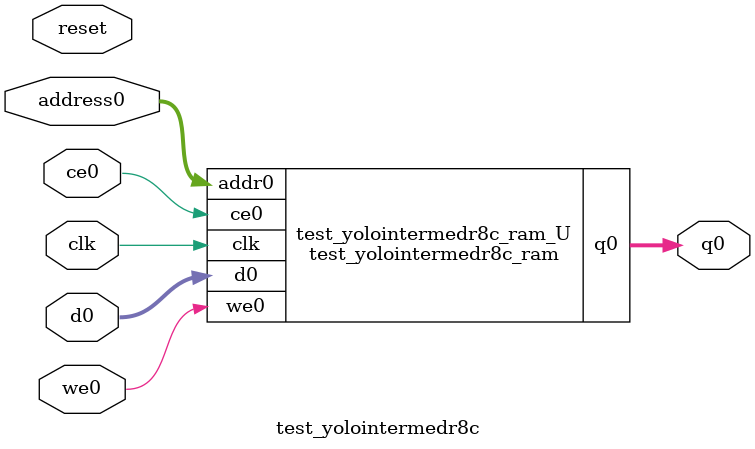
<source format=v>
`timescale 1 ns / 1 ps
module test_yolointermedr8c_ram (addr0, ce0, d0, we0, q0,  clk);

parameter DWIDTH = 16;
parameter AWIDTH = 13;
parameter MEM_SIZE = 7200;

input[AWIDTH-1:0] addr0;
input ce0;
input[DWIDTH-1:0] d0;
input we0;
output reg[DWIDTH-1:0] q0;
input clk;

(* ram_style = "block" *)reg [DWIDTH-1:0] ram[0:MEM_SIZE-1];




always @(posedge clk)  
begin 
    if (ce0) begin
        if (we0) 
            ram[addr0] <= d0; 
        q0 <= ram[addr0];
    end
end


endmodule

`timescale 1 ns / 1 ps
module test_yolointermedr8c(
    reset,
    clk,
    address0,
    ce0,
    we0,
    d0,
    q0);

parameter DataWidth = 32'd16;
parameter AddressRange = 32'd7200;
parameter AddressWidth = 32'd13;
input reset;
input clk;
input[AddressWidth - 1:0] address0;
input ce0;
input we0;
input[DataWidth - 1:0] d0;
output[DataWidth - 1:0] q0;



test_yolointermedr8c_ram test_yolointermedr8c_ram_U(
    .clk( clk ),
    .addr0( address0 ),
    .ce0( ce0 ),
    .we0( we0 ),
    .d0( d0 ),
    .q0( q0 ));

endmodule


</source>
